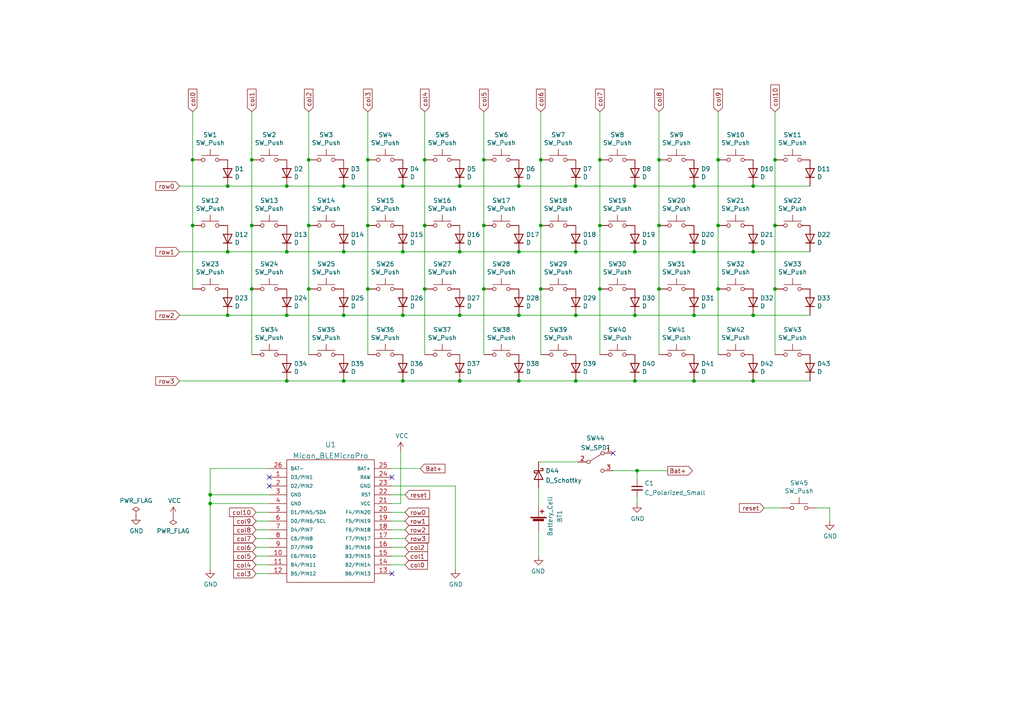
<source format=kicad_sch>
(kicad_sch (version 20211123) (generator eeschema)
  (paper "A4")
  (lib_symbols
    (symbol "Device:Battery_Cell" (pin_numbers hide) (pin_names (offset 0) hide)
      (property "Reference" "BT" (at 2.54 2.54 0))
      (property "Value" "Battery_Cell" (at 2.54 0 0))
      (symbol "Battery_Cell_0_1"
        (rectangle (start -2.286 1.778) (end 2.286 1.524) (fill (type outline)))
        (rectangle (start -1.5748 1.1938) (end 1.4732 0.6858) (fill (type outline)))
        (polyline (pts (xy 0 0.762) (xy 0 0)))
        (polyline (pts (xy 0 1.778) (xy 0 2.54)))
        (polyline (pts (xy 0.508 3.429) (xy 1.524 3.429)) (stroke (width 0.254)))
        (polyline (pts (xy 1.016 3.937) (xy 1.016 2.921)) (stroke (width 0.254)))
      )
      (symbol "Battery_Cell_1_1"
        (pin passive line (at 0 5.08 270) (length 2.54) (name "+") (number "1"))
        (pin passive line (at 0 -2.54 90) (length 2.54) (name "-") (number "2"))
      )
    )
    (symbol "Device:C_Small" (pin_numbers hide) (pin_names (offset 0.254) hide)
      (property "Reference" "C" (at 0.254 1.778 0))
      (property "Value" "C_Small" (at 0.254 -2.032 0))
      (symbol "C_Small_0_1"
        (polyline (pts (xy -1.524 -0.508) (xy 1.524 -0.508)) (stroke (width 0.3302)))
        (polyline (pts (xy -1.524 0.508) (xy 1.524 0.508)) (stroke (width 0.3048)))
      )
      (symbol "C_Small_1_1"
        (pin passive line (at 0 2.54 270) (length 2.032) (name "~") (number "1"))
        (pin passive line (at 0 -2.54 90) (length 2.032) (name "~") (number "2"))
      )
    )
    (symbol "Device:D" (pin_numbers hide) (pin_names (offset 1.016) hide)
      (property "Reference" "D" (at 0 2.54 0))
      (property "Value" "D" (at 0 -2.54 0))
      (symbol "D_0_1"
        (polyline (pts (xy -1.27 1.27) (xy -1.27 -1.27)) (stroke (width 0.254)))
        (polyline (pts (xy 1.27 0) (xy -1.27 0)))
        (polyline (pts (xy 1.27 1.27) (xy 1.27 -1.27) (xy -1.27 0) (xy 1.27 1.27)) (stroke (width 0.254)))
      )
      (symbol "D_1_1"
        (pin passive line (at -3.81 0 0) (length 2.54) (name "K") (number "1"))
        (pin passive line (at 3.81 0 180) (length 2.54) (name "A") (number "2"))
      )
    )
    (symbol "Device:D_Schottky" (pin_numbers hide) (pin_names (offset 1.016) hide)
      (property "Reference" "D" (at 0 2.54 0))
      (property "Value" "D_Schottky" (at 0 -2.54 0))
      (symbol "D_Schottky_0_1"
        (polyline (pts (xy 1.27 0) (xy -1.27 0)))
        (polyline (pts (xy 1.27 1.27) (xy 1.27 -1.27) (xy -1.27 0) (xy 1.27 1.27)) (stroke (width 0.254)))
        (polyline (pts (xy -1.905 0.635) (xy -1.905 1.27) (xy -1.27 1.27) (xy -1.27 -1.27) (xy -0.635 -1.27) (xy -0.635 -0.635)) (stroke (width 0.254)))
      )
      (symbol "D_Schottky_1_1"
        (pin passive line (at -3.81 0 0) (length 2.54) (name "K") (number "1"))
        (pin passive line (at 3.81 0 180) (length 2.54) (name "A") (number "2"))
      )
    )
    (symbol "Salicylic_kbd:Micon_BLEMicroPro" (pin_names (offset 1.016))
      (property "Reference" "U" (at 0 26.67 0))
      (property "Value" "Micon_BLEMicroPro" (at 0 -13.97 0))
      (symbol "Micon_BLEMicroPro_0_1"
        (rectangle (start 12.7 24.13) (end -12.7 -11.43))
      )
      (symbol "Micon_BLEMicroPro_1_1"
        (pin bidirectional line (at -17.78 19.05 0) (length 5.08) (name "D3/PIN1") (number "1"))
        (pin bidirectional line (at -17.78 -3.81 0) (length 5.08) (name "E6/PIN10") (number "10"))
        (pin bidirectional line (at -17.78 -6.35 0) (length 5.08) (name "B4/PIN11") (number "11"))
        (pin bidirectional line (at -17.78 -8.89 0) (length 5.08) (name "B5/PIN12") (number "12"))
        (pin bidirectional line (at 17.78 -8.89 180) (length 5.08) (name "B6/PIN13") (number "13"))
        (pin bidirectional line (at 17.78 -6.35 180) (length 5.08) (name "B2/PIN14") (number "14"))
        (pin bidirectional line (at 17.78 -3.81 180) (length 5.08) (name "B3/PIN15") (number "15"))
        (pin bidirectional line (at 17.78 -1.27 180) (length 5.08) (name "B1/PIN16") (number "16"))
        (pin bidirectional line (at 17.78 1.27 180) (length 5.08) (name "F7/PIN17") (number "17"))
        (pin bidirectional line (at 17.78 3.81 180) (length 5.08) (name "F6/PIN18") (number "18"))
        (pin bidirectional line (at 17.78 6.35 180) (length 5.08) (name "F5/PIN19") (number "19"))
        (pin bidirectional line (at -17.78 16.51 0) (length 5.08) (name "D2/PIN2") (number "2"))
        (pin bidirectional line (at 17.78 8.89 180) (length 5.08) (name "F4/PIN20") (number "20"))
        (pin power_in line (at 17.78 11.43 180) (length 5.08) (name "VCC") (number "21"))
        (pin input line (at 17.78 13.97 180) (length 5.08) (name "RST") (number "22"))
        (pin power_in line (at 17.78 16.51 180) (length 5.08) (name "GND") (number "23"))
        (pin power_out line (at 17.78 19.05 180) (length 5.08) (name "RAW") (number "24"))
        (pin input line (at 17.78 21.59 180) (length 5.08) (name "BAT+") (number "25"))
        (pin input line (at -17.78 21.59 0) (length 5.08) (name "BAT-") (number "26"))
        (pin power_in line (at -17.78 13.97 0) (length 5.08) (name "GND") (number "3"))
        (pin power_in line (at -17.78 11.43 0) (length 5.08) (name "GND") (number "4"))
        (pin bidirectional line (at -17.78 8.89 0) (length 5.08) (name "D1/PIN5/SDA") (number "5"))
        (pin bidirectional line (at -17.78 6.35 0) (length 5.08) (name "D0/PIN6/SCL") (number "6"))
        (pin bidirectional line (at -17.78 3.81 0) (length 5.08) (name "D4/PIN7") (number "7"))
        (pin bidirectional line (at -17.78 1.27 0) (length 5.08) (name "C6/PIN8") (number "8"))
        (pin bidirectional line (at -17.78 -1.27 0) (length 5.08) (name "D7/PIN9") (number "9"))
      )
    )
    (symbol "Switch:SW_Push" (pin_numbers hide) (pin_names (offset 1.016) hide)
      (property "Reference" "SW" (at 1.27 2.54 0))
      (property "Value" "SW_Push" (at 0 -1.524 0))
      (symbol "SW_Push_0_1"
        (circle (center -2.032 0) (radius 0.508))
        (polyline (pts (xy 0 1.27) (xy 0 3.048)))
        (polyline (pts (xy 2.54 1.27) (xy -2.54 1.27)))
        (circle (center 2.032 0) (radius 0.508))
        (pin passive line (at -5.08 0 0) (length 2.54) (name "1") (number "1"))
        (pin passive line (at 5.08 0 180) (length 2.54) (name "2") (number "2"))
      )
    )
    (symbol "Switch:SW_SPDT" (pin_names (offset 0) hide)
      (property "Reference" "SW" (at 0 4.318 0))
      (property "Value" "SW_SPDT" (at 0 -5.08 0))
      (symbol "SW_SPDT_0_0"
        (circle (center -2.032 0) (radius 0.508))
        (circle (center 2.032 -2.54) (radius 0.508))
      )
      (symbol "SW_SPDT_0_1"
        (polyline (pts (xy -1.524 0.254) (xy 1.651 2.286)))
        (circle (center 2.032 2.54) (radius 0.508))
      )
      (symbol "SW_SPDT_1_1"
        (pin passive line (at 5.08 2.54 180) (length 2.54) (name "A") (number "1"))
        (pin passive line (at -5.08 0 0) (length 2.54) (name "B") (number "2"))
        (pin passive line (at 5.08 -2.54 180) (length 2.54) (name "C") (number "3"))
      )
    )
    (symbol "power:GND" (power) (pin_names (offset 0))
      (property "Value" "GND" (at 0 -3.81 0))
      (symbol "GND_0_1"
        (polyline (pts (xy 0 0) (xy 0 -1.27) (xy 1.27 -1.27) (xy 0 -2.54) (xy -1.27 -1.27) (xy 0 -1.27)))
      )
      (symbol "GND_1_1"
        (pin power_in line (at 0 0 270) (length 0) hide (name "GND") (number "1"))
      )
    )
    (symbol "power:PWR_FLAG" (power) (pin_numbers hide) (pin_names (offset 0) hide)
      (property "Value" "PWR_FLAG" (at 0 3.81 0))
      (symbol "PWR_FLAG_0_0"
        (pin power_out line (at 0 0 90) (length 0) (name "pwr") (number "1"))
      )
      (symbol "PWR_FLAG_0_1"
        (polyline (pts (xy 0 0) (xy 0 1.27) (xy -1.016 1.905) (xy 0 2.54) (xy 1.016 1.905) (xy 0 1.27)))
      )
    )
    (symbol "power:VCC" (power) (pin_names (offset 0))
      (property "Value" "VCC" (at 0 3.81 0))
      (symbol "VCC_0_1"
        (polyline (pts (xy -0.762 1.27) (xy 0 2.54)))
        (polyline (pts (xy 0 0) (xy 0 2.54)))
        (polyline (pts (xy 0 2.54) (xy 0.762 1.27)))
      )
      (symbol "VCC_1_1"
        (pin power_in line (at 0 0 90) (length 0) hide (name "VCC") (number "1"))
      )
    )
  )
  (junction (at 116.84 91.44))
  (junction (at 60.96 146.05))
  (junction (at 89.535 83.82))
  (junction (at 191.135 83.82))
  (junction (at 89.535 65.405))
  (junction (at 73.025 83.82))
  (junction (at 150.495 73.025))
  (junction (at 201.295 91.44))
  (junction (at 218.44 110.49))
  (junction (at 140.335 65.405))
  (junction (at 66.04 53.975))
  (junction (at 156.845 65.405))
  (junction (at 184.785 136.525))
  (junction (at 184.15 53.975))
  (junction (at 201.295 73.025))
  (junction (at 123.19 83.82))
  (junction (at 140.335 83.82))
  (junction (at 156.845 83.82))
  (junction (at 116.84 110.49))
  (junction (at 184.15 110.49))
  (junction (at 83.185 110.49))
  (junction (at 106.68 65.405))
  (junction (at 99.695 73.025))
  (junction (at 66.04 91.44))
  (junction (at 150.495 110.49))
  (junction (at 66.04 73.025))
  (junction (at 156.845 46.355))
  (junction (at 167.005 91.44))
  (junction (at 123.19 46.355))
  (junction (at 191.135 65.405))
  (junction (at 208.28 65.405))
  (junction (at 83.185 73.025))
  (junction (at 83.185 53.975))
  (junction (at 83.185 91.44))
  (junction (at 89.535 46.355))
  (junction (at 218.44 91.44))
  (junction (at 224.79 65.405))
  (junction (at 184.15 91.44))
  (junction (at 173.99 46.355))
  (junction (at 106.68 46.355))
  (junction (at 224.79 83.82))
  (junction (at 224.79 46.355))
  (junction (at 208.28 46.355))
  (junction (at 116.84 53.975))
  (junction (at 140.335 46.355))
  (junction (at 73.025 46.355))
  (junction (at 55.88 46.355))
  (junction (at 123.19 65.405))
  (junction (at 167.005 73.025))
  (junction (at 133.35 53.975))
  (junction (at 173.99 83.82))
  (junction (at 173.99 65.405))
  (junction (at 201.295 110.49))
  (junction (at 133.35 73.025))
  (junction (at 201.295 53.975))
  (junction (at 99.695 53.975))
  (junction (at 60.96 143.51))
  (junction (at 99.695 110.49))
  (junction (at 55.88 65.405))
  (junction (at 167.005 110.49))
  (junction (at 208.28 83.82))
  (junction (at 184.15 73.025))
  (junction (at 167.005 53.975))
  (junction (at 116.84 73.025))
  (junction (at 191.135 46.355))
  (junction (at 150.495 91.44))
  (junction (at 99.695 91.44))
  (junction (at 133.35 91.44))
  (junction (at 218.44 73.025))
  (junction (at 106.68 83.82))
  (junction (at 150.495 53.975))
  (junction (at 218.44 53.975))
  (junction (at 133.35 110.49))
  (junction (at 73.025 65.405))
  (no_connect (at 113.665 166.37))
  (no_connect (at 78.105 140.97))
  (no_connect (at 78.105 138.43))
  (no_connect (at 177.8 131.445))
  (no_connect (at 113.665 138.43))
  (wire (pts (xy 184.15 110.49) (xy 201.295 110.49)))
  (wire (pts (xy 191.135 32.385) (xy 191.135 46.355)))
  (wire (pts (xy 156.845 46.355) (xy 156.845 65.405)))
  (wire (pts (xy 83.185 91.44) (xy 99.695 91.44)))
  (wire (pts (xy 116.84 53.975) (xy 133.35 53.975)))
  (wire (pts (xy 140.335 65.405) (xy 140.335 46.355)))
  (wire (pts (xy 117.475 158.75) (xy 113.665 158.75)))
  (wire (pts (xy 123.19 46.355) (xy 123.19 32.385)))
  (wire (pts (xy 113.665 151.13) (xy 117.475 151.13)))
  (wire (pts (xy 208.28 83.82) (xy 208.28 65.405)))
  (wire (pts (xy 156.21 154.305) (xy 156.21 161.29)))
  (wire (pts (xy 191.135 65.405) (xy 191.135 83.82)))
  (wire (pts (xy 116.84 73.025) (xy 99.695 73.025)))
  (wire (pts (xy 123.19 83.82) (xy 123.19 65.405)))
  (wire (pts (xy 218.44 91.44) (xy 234.95 91.44)))
  (wire (pts (xy 123.19 65.405) (xy 123.19 46.355)))
  (wire (pts (xy 74.295 161.29) (xy 78.105 161.29)))
  (wire (pts (xy 133.35 73.025) (xy 116.84 73.025)))
  (wire (pts (xy 52.07 53.975) (xy 66.04 53.975)))
  (wire (pts (xy 78.105 158.75) (xy 74.295 158.75)))
  (wire (pts (xy 167.005 53.975) (xy 184.15 53.975)))
  (wire (pts (xy 201.295 110.49) (xy 218.44 110.49)))
  (wire (pts (xy 99.695 53.975) (xy 116.84 53.975)))
  (wire (pts (xy 240.665 147.32) (xy 240.665 151.13)))
  (wire (pts (xy 113.665 146.05) (xy 116.205 146.05)))
  (wire (pts (xy 218.44 73.025) (xy 201.295 73.025)))
  (wire (pts (xy 55.88 65.405) (xy 55.88 46.355)))
  (wire (pts (xy 224.79 32.385) (xy 224.79 46.355)))
  (wire (pts (xy 132.08 140.97) (xy 132.08 165.1)))
  (wire (pts (xy 52.07 91.44) (xy 66.04 91.44)))
  (wire (pts (xy 208.28 65.405) (xy 208.28 46.355)))
  (wire (pts (xy 224.79 46.355) (xy 224.79 65.405)))
  (wire (pts (xy 184.15 91.44) (xy 201.295 91.44)))
  (wire (pts (xy 191.135 65.405) (xy 191.135 46.355)))
  (wire (pts (xy 133.35 110.49) (xy 150.495 110.49)))
  (wire (pts (xy 83.185 110.49) (xy 99.695 110.49)))
  (wire (pts (xy 106.68 32.385) (xy 106.68 46.355)))
  (wire (pts (xy 173.99 32.385) (xy 173.99 46.355)))
  (wire (pts (xy 167.005 73.025) (xy 150.495 73.025)))
  (wire (pts (xy 83.185 73.025) (xy 66.04 73.025)))
  (wire (pts (xy 150.495 91.44) (xy 167.005 91.44)))
  (wire (pts (xy 184.785 136.525) (xy 193.675 136.525)))
  (wire (pts (xy 167.005 110.49) (xy 184.15 110.49)))
  (wire (pts (xy 184.15 73.025) (xy 167.005 73.025)))
  (wire (pts (xy 173.99 83.82) (xy 173.99 65.405)))
  (wire (pts (xy 78.105 153.67) (xy 74.295 153.67)))
  (wire (pts (xy 234.95 110.49) (xy 218.44 110.49)))
  (wire (pts (xy 89.535 46.355) (xy 89.535 32.385)))
  (wire (pts (xy 74.295 156.21) (xy 78.105 156.21)))
  (wire (pts (xy 78.105 135.89) (xy 60.96 135.89)))
  (wire (pts (xy 116.84 110.49) (xy 133.35 110.49)))
  (wire (pts (xy 173.99 65.405) (xy 173.99 46.355)))
  (wire (pts (xy 73.025 65.405) (xy 73.025 46.355)))
  (wire (pts (xy 106.68 65.405) (xy 106.68 46.355)))
  (wire (pts (xy 208.28 102.87) (xy 208.28 83.82)))
  (wire (pts (xy 106.68 102.87) (xy 106.68 83.82)))
  (wire (pts (xy 113.665 161.29) (xy 117.475 161.29)))
  (wire (pts (xy 99.695 91.44) (xy 116.84 91.44)))
  (wire (pts (xy 99.695 73.025) (xy 83.185 73.025)))
  (wire (pts (xy 221.615 147.32) (xy 226.695 147.32)))
  (wire (pts (xy 156.21 141.605) (xy 156.21 146.685)))
  (wire (pts (xy 191.135 83.82) (xy 191.135 102.87)))
  (wire (pts (xy 113.665 135.89) (xy 121.92 135.89)))
  (wire (pts (xy 133.35 91.44) (xy 150.495 91.44)))
  (wire (pts (xy 89.535 83.82) (xy 89.535 102.87)))
  (wire (pts (xy 117.475 163.83) (xy 113.665 163.83)))
  (wire (pts (xy 116.84 91.44) (xy 133.35 91.44)))
  (wire (pts (xy 66.04 91.44) (xy 83.185 91.44)))
  (wire (pts (xy 60.96 143.51) (xy 60.96 146.05)))
  (wire (pts (xy 140.335 32.385) (xy 140.335 46.355)))
  (wire (pts (xy 184.785 139.065) (xy 184.785 136.525)))
  (wire (pts (xy 156.845 46.355) (xy 156.845 32.385)))
  (wire (pts (xy 218.44 53.975) (xy 234.95 53.975)))
  (wire (pts (xy 224.79 65.405) (xy 224.79 83.82)))
  (wire (pts (xy 55.88 83.82) (xy 55.88 65.405)))
  (wire (pts (xy 208.28 46.355) (xy 208.28 32.385)))
  (wire (pts (xy 116.84 110.49) (xy 99.695 110.49)))
  (wire (pts (xy 89.535 65.405) (xy 89.535 83.82)))
  (wire (pts (xy 234.95 73.025) (xy 218.44 73.025)))
  (wire (pts (xy 113.665 156.21) (xy 117.475 156.21)))
  (wire (pts (xy 78.105 146.05) (xy 60.96 146.05)))
  (wire (pts (xy 140.335 83.82) (xy 140.335 65.405)))
  (wire (pts (xy 201.295 91.44) (xy 218.44 91.44)))
  (wire (pts (xy 74.295 166.37) (xy 78.105 166.37)))
  (wire (pts (xy 167.64 133.985) (xy 156.21 133.985)))
  (wire (pts (xy 73.025 65.405) (xy 73.025 83.82)))
  (wire (pts (xy 78.105 148.59) (xy 74.295 148.59)))
  (wire (pts (xy 236.855 147.32) (xy 240.665 147.32)))
  (wire (pts (xy 83.185 53.975) (xy 99.695 53.975)))
  (wire (pts (xy 113.665 143.51) (xy 117.475 143.51)))
  (wire (pts (xy 116.205 130.81) (xy 116.205 146.05)))
  (wire (pts (xy 78.105 151.13) (xy 74.295 151.13)))
  (wire (pts (xy 156.845 83.82) (xy 156.845 102.87)))
  (wire (pts (xy 167.005 91.44) (xy 184.15 91.44)))
  (wire (pts (xy 52.07 73.025) (xy 66.04 73.025)))
  (wire (pts (xy 173.99 102.87) (xy 173.99 83.82)))
  (wire (pts (xy 60.96 146.05) (xy 60.96 165.1)))
  (wire (pts (xy 201.295 73.025) (xy 184.15 73.025)))
  (wire (pts (xy 113.665 148.59) (xy 117.475 148.59)))
  (wire (pts (xy 150.495 73.025) (xy 133.35 73.025)))
  (wire (pts (xy 89.535 46.355) (xy 89.535 65.405)))
  (wire (pts (xy 78.105 143.51) (xy 60.96 143.51)))
  (wire (pts (xy 123.19 83.82) (xy 123.19 102.87)))
  (wire (pts (xy 52.07 110.49) (xy 83.185 110.49)))
  (wire (pts (xy 156.845 65.405) (xy 156.845 83.82)))
  (wire (pts (xy 150.495 53.975) (xy 167.005 53.975)))
  (wire (pts (xy 201.295 53.975) (xy 218.44 53.975)))
  (wire (pts (xy 150.495 110.49) (xy 167.005 110.49)))
  (wire (pts (xy 73.025 83.82) (xy 73.025 102.87)))
  (wire (pts (xy 55.88 46.355) (xy 55.88 32.385)))
  (wire (pts (xy 117.475 153.67) (xy 113.665 153.67)))
  (wire (pts (xy 60.96 135.89) (xy 60.96 143.51)))
  (wire (pts (xy 224.79 83.82) (xy 224.79 102.87)))
  (wire (pts (xy 133.35 53.975) (xy 150.495 53.975)))
  (wire (pts (xy 113.665 140.97) (xy 132.08 140.97)))
  (wire (pts (xy 73.025 32.385) (xy 73.025 46.355)))
  (wire (pts (xy 66.04 53.975) (xy 83.185 53.975)))
  (wire (pts (xy 177.8 136.525) (xy 184.785 136.525)))
  (wire (pts (xy 184.15 53.975) (xy 201.295 53.975)))
  (wire (pts (xy 78.105 163.83) (xy 74.295 163.83)))
  (wire (pts (xy 106.68 83.82) (xy 106.68 65.405)))
  (wire (pts (xy 184.785 146.05) (xy 184.785 144.145)))
  (wire (pts (xy 140.335 102.87) (xy 140.335 83.82)))
  (global_label "col8" (shape input) (at 74.295 153.67 180) (property "シート間のリファレンス" "${INTERSHEET_REFS}" (effects hide)))
  (global_label "Bat+" (shape input) (at 121.92 135.89 0) (property "シート間のリファレンス" "${INTERSHEET_REFS}" (effects hide)))
  (global_label "Bat+" (shape output) (at 193.675 136.525 0) (property "シート間のリファレンス" "${INTERSHEET_REFS}" (effects hide)))
  (global_label "col10" (shape input) (at 224.79 32.385 90) (property "シート間のリファレンス" "${INTERSHEET_REFS}" (effects hide)))
  (global_label "col4" (shape input) (at 74.295 163.83 180) (property "シート間のリファレンス" "${INTERSHEET_REFS}" (effects hide)))
  (global_label "col6" (shape input) (at 156.845 32.385 90) (property "シート間のリファレンス" "${INTERSHEET_REFS}" (effects hide)))
  (global_label "col1" (shape input) (at 117.475 161.29 0) (property "シート間のリファレンス" "${INTERSHEET_REFS}" (effects hide)))
  (global_label "col7" (shape input) (at 74.295 156.21 180) (property "シート間のリファレンス" "${INTERSHEET_REFS}" (effects hide)))
  (global_label "col9" (shape input) (at 74.295 151.13 180) (property "シート間のリファレンス" "${INTERSHEET_REFS}" (effects hide)))
  (global_label "row0" (shape input) (at 52.07 53.975 180) (property "シート間のリファレンス" "${INTERSHEET_REFS}" (effects hide)))
  (global_label "row0" (shape input) (at 117.475 148.59 0) (property "シート間のリファレンス" "${INTERSHEET_REFS}" (effects hide)))
  (global_label "col5" (shape input) (at 140.335 32.385 90) (property "シート間のリファレンス" "${INTERSHEET_REFS}" (effects hide)))
  (global_label "col6" (shape input) (at 74.295 158.75 180) (property "シート間のリファレンス" "${INTERSHEET_REFS}" (effects hide)))
  (global_label "col0" (shape input) (at 55.88 32.385 90) (property "シート間のリファレンス" "${INTERSHEET_REFS}" (effects hide)))
  (global_label "row1" (shape input) (at 52.07 73.025 180) (property "シート間のリファレンス" "${INTERSHEET_REFS}" (effects hide)))
  (global_label "col7" (shape input) (at 173.99 32.385 90) (property "シート間のリファレンス" "${INTERSHEET_REFS}" (effects hide)))
  (global_label "row3" (shape input) (at 117.475 156.21 0) (property "シート間のリファレンス" "${INTERSHEET_REFS}" (effects hide)))
  (global_label "reset" (shape input) (at 221.615 147.32 180) (property "シート間のリファレンス" "${INTERSHEET_REFS}" (effects hide)))
  (global_label "col2" (shape input) (at 89.535 32.385 90) (property "シート間のリファレンス" "${INTERSHEET_REFS}" (effects hide)))
  (global_label "row2" (shape input) (at 52.07 91.44 180) (property "シート間のリファレンス" "${INTERSHEET_REFS}" (effects hide)))
  (global_label "col8" (shape input) (at 191.135 32.385 90) (property "シート間のリファレンス" "${INTERSHEET_REFS}" (effects hide)))
  (global_label "reset" (shape input) (at 117.475 143.51 0) (property "シート間のリファレンス" "${INTERSHEET_REFS}" (effects hide)))
  (global_label "col5" (shape input) (at 74.295 161.29 180) (property "シート間のリファレンス" "${INTERSHEET_REFS}" (effects hide)))
  (global_label "col3" (shape input) (at 106.68 32.385 90) (property "シート間のリファレンス" "${INTERSHEET_REFS}" (effects hide)))
  (global_label "col0" (shape input) (at 117.475 163.83 0) (property "シート間のリファレンス" "${INTERSHEET_REFS}" (effects hide)))
  (global_label "col1" (shape input) (at 73.025 32.385 90) (property "シート間のリファレンス" "${INTERSHEET_REFS}" (effects hide)))
  (global_label "col4" (shape input) (at 123.19 32.385 90) (property "シート間のリファレンス" "${INTERSHEET_REFS}" (effects hide)))
  (global_label "row3" (shape input) (at 52.07 110.49 180) (property "シート間のリファレンス" "${INTERSHEET_REFS}" (effects hide)))
  (global_label "col9" (shape input) (at 208.28 32.385 90) (property "シート間のリファレンス" "${INTERSHEET_REFS}" (effects hide)))
  (global_label "row1" (shape input) (at 117.475 151.13 0) (property "シート間のリファレンス" "${INTERSHEET_REFS}" (effects hide)))
  (global_label "col2" (shape input) (at 117.475 158.75 0) (property "シート間のリファレンス" "${INTERSHEET_REFS}" (effects hide)))
  (global_label "col10" (shape input) (at 74.295 148.59 180) (property "シート間のリファレンス" "${INTERSHEET_REFS}" (effects hide)))
  (global_label "col3" (shape input) (at 74.295 166.37 180) (property "シート間のリファレンス" "${INTERSHEET_REFS}" (effects hide)))
  (global_label "row2" (shape input) (at 117.475 153.67 0) (property "シート間のリファレンス" "${INTERSHEET_REFS}" (effects hide)))
  (symbol (lib_id "power:PWR_FLAG") (at 50.2412 149.606 180) (unit 1)
    (property "Reference" "#FLG02" (effects hide))
    (property "Value" "PWR_FLAG" (at 50.2412 154.0002 0))
  )
  (symbol (lib_id "power:VCC") (at 50.2412 149.606 0) (unit 1)
    (property "Reference" "#PWR04" (effects hide))
    (property "Value" "VCC" (at 50.6222 145.2118 0))
  )
  (symbol (lib_id "Switch:SW_Push") (at 60.96 65.405 0) (unit 1)
    (property "Reference" "SW12" (at 60.96 58.166 0))
    (property "Value" "SW_Push" (at 60.96 60.4774 0))
    (property "Footprint" "kbd_SW:CherryMX_Hotswap_1.25u" (effects hide))
  )
  (symbol (lib_id "Switch:SW_Push") (at 60.96 83.82 0) (unit 1)
    (property "Reference" "SW23" (at 60.96 76.581 0))
    (property "Value" "SW_Push" (at 60.96 78.8924 0))
    (property "Footprint" "kbd_SW:CherryMX_Hotswap_1.75u" (effects hide))
  )
  (symbol (lib_id "Switch:SW_Push") (at 60.96 46.355 0) (unit 1)
    (property "Reference" "SW1" (at 60.96 39.116 0))
    (property "Value" "SW_Push" (at 60.96 41.4274 0))
    (property "Footprint" "kbd_SW:CherryMX_Hotswap_1u" (effects hide))
  )
  (symbol (lib_id "Device:D") (at 66.04 50.165 90) (unit 1)
    (property "Reference" "D1" (at 68.072 48.9966 90) (effects (justify right)))
    (property "Value" "D" (at 68.072 51.308 90) (effects (justify right)))
    (property "Footprint" "kbd_Parts:Diode_SMD" (effects hide))
  )
  (symbol (lib_id "Device:D") (at 66.04 69.215 90) (unit 1)
    (property "Reference" "D12" (at 68.072 68.0466 90) (effects (justify right)))
    (property "Value" "D" (at 68.072 70.358 90) (effects (justify right)))
    (property "Footprint" "kbd_Parts:Diode_SMD" (effects hide))
  )
  (symbol (lib_id "Device:D") (at 66.04 87.63 90) (unit 1)
    (property "Reference" "D23" (at 68.072 86.4616 90) (effects (justify right)))
    (property "Value" "D" (at 68.072 88.773 90) (effects (justify right)))
    (property "Footprint" "kbd_Parts:Diode_SMD" (effects hide))
  )
  (symbol (lib_id "Switch:SW_Push") (at 78.105 65.405 0) (unit 1)
    (property "Reference" "SW13" (at 78.105 58.166 0))
    (property "Value" "SW_Push" (at 78.105 60.4774 0))
    (property "Footprint" "kbd_SW:CherryMX_Hotswap_1u" (effects hide))
  )
  (symbol (lib_id "Switch:SW_Push") (at 78.105 46.355 0) (unit 1)
    (property "Reference" "SW2" (at 78.105 39.116 0))
    (property "Value" "SW_Push" (at 78.105 41.4274 0))
    (property "Footprint" "kbd_SW:CherryMX_Hotswap_1u" (effects hide))
  )
  (symbol (lib_id "Device:D") (at 83.185 50.165 90) (unit 1)
    (property "Reference" "D2" (at 85.217 48.9966 90) (effects (justify right)))
    (property "Value" "D" (at 85.217 51.308 90) (effects (justify right)))
    (property "Footprint" "kbd_Parts:Diode_SMD" (effects hide))
  )
  (symbol (lib_id "Device:D") (at 83.185 69.215 90) (unit 1)
    (property "Reference" "D13" (at 85.217 68.0466 90) (effects (justify right)))
    (property "Value" "D" (at 85.217 70.358 90) (effects (justify right)))
    (property "Footprint" "kbd_Parts:Diode_SMD" (effects hide))
  )
  (symbol (lib_id "Switch:SW_Push") (at 94.615 102.87 0) (unit 1)
    (property "Reference" "SW35" (at 94.615 95.631 0))
    (property "Value" "SW_Push" (at 94.615 97.9424 0))
    (property "Footprint" "kbd_SW:CherryMX_Hotswap_1.25u" (effects hide))
  )
  (symbol (lib_id "Switch:SW_Push") (at 94.615 65.405 0) (unit 1)
    (property "Reference" "SW14" (at 94.615 58.166 0))
    (property "Value" "SW_Push" (at 94.615 60.4774 0))
    (property "Footprint" "kbd_SW:CherryMX_Hotswap_1u" (effects hide))
  )
  (symbol (lib_id "Switch:SW_Push") (at 94.615 83.82 0) (unit 1)
    (property "Reference" "SW25" (at 94.615 76.581 0))
    (property "Value" "SW_Push" (at 94.615 78.8924 0))
    (property "Footprint" "kbd_SW:CherryMX_Hotswap_1u" (effects hide))
  )
  (symbol (lib_id "Switch:SW_Push") (at 94.615 46.355 0) (unit 1)
    (property "Reference" "SW3" (at 94.615 39.116 0))
    (property "Value" "SW_Push" (at 94.615 41.4274 0))
    (property "Footprint" "kbd_SW:CherryMX_Hotswap_1u" (effects hide))
  )
  (symbol (lib_id "Device:D") (at 99.695 50.165 90) (unit 1)
    (property "Reference" "D3" (at 101.727 48.9966 90) (effects (justify right)))
    (property "Value" "D" (at 101.727 51.308 90) (effects (justify right)))
    (property "Footprint" "kbd_Parts:Diode_SMD" (effects hide))
  )
  (symbol (lib_id "Device:D") (at 99.695 69.215 90) (unit 1)
    (property "Reference" "D14" (at 101.727 68.0466 90) (effects (justify right)))
    (property "Value" "D" (at 101.727 70.358 90) (effects (justify right)))
    (property "Footprint" "kbd_Parts:Diode_SMD" (effects hide))
  )
  (symbol (lib_id "Device:D") (at 99.695 87.63 90) (unit 1)
    (property "Reference" "D25" (at 101.727 86.4616 90) (effects (justify right)))
    (property "Value" "D" (at 101.727 88.773 90) (effects (justify right)))
    (property "Footprint" "kbd_Parts:Diode_SMD" (effects hide))
  )
  (symbol (lib_id "Device:D") (at 99.695 106.68 90) (unit 1)
    (property "Reference" "D35" (at 101.727 105.5116 90) (effects (justify right)))
    (property "Value" "D" (at 101.727 107.823 90) (effects (justify right)))
    (property "Footprint" "kbd_Parts:Diode_SMD" (effects hide))
  )
  (symbol (lib_id "Switch:SW_Push") (at 111.76 102.87 0) (unit 1)
    (property "Reference" "SW36" (at 111.76 95.631 0))
    (property "Value" "SW_Push" (at 111.76 97.9424 0))
    (property "Footprint" "kbd_SW:CherryMX_Hotswap_2u_Rev" (effects hide))
  )
  (symbol (lib_id "Switch:SW_Push") (at 111.76 65.405 0) (unit 1)
    (property "Reference" "SW15" (at 111.76 58.166 0))
    (property "Value" "SW_Push" (at 111.76 60.4774 0))
    (property "Footprint" "kbd_SW:CherryMX_Hotswap_1u" (effects hide))
  )
  (symbol (lib_id "Switch:SW_Push") (at 111.76 83.82 0) (unit 1)
    (property "Reference" "SW26" (at 111.76 76.581 0))
    (property "Value" "SW_Push" (at 111.76 78.8924 0))
    (property "Footprint" "kbd_SW:CherryMX_Hotswap_1u" (effects hide))
  )
  (symbol (lib_id "Switch:SW_Push") (at 111.76 46.355 0) (unit 1)
    (property "Reference" "SW4" (at 111.76 39.116 0))
    (property "Value" "SW_Push" (at 111.76 41.4274 0))
    (property "Footprint" "kbd_SW:CherryMX_Hotswap_1u" (effects hide))
  )
  (symbol (lib_id "Device:D") (at 116.84 50.165 90) (unit 1)
    (property "Reference" "D4" (at 118.872 48.9966 90) (effects (justify right)))
    (property "Value" "D" (at 118.872 51.308 90) (effects (justify right)))
    (property "Footprint" "kbd_Parts:Diode_SMD" (effects hide))
  )
  (symbol (lib_id "Device:D") (at 116.84 69.215 90) (unit 1)
    (property "Reference" "D15" (at 118.872 68.0466 90) (effects (justify right)))
    (property "Value" "D" (at 118.872 70.358 90) (effects (justify right)))
    (property "Footprint" "kbd_Parts:Diode_SMD" (effects hide))
  )
  (symbol (lib_id "Device:D") (at 116.84 87.63 90) (unit 1)
    (property "Reference" "D26" (at 118.872 86.4616 90) (effects (justify right)))
    (property "Value" "D" (at 118.872 88.773 90) (effects (justify right)))
    (property "Footprint" "kbd_Parts:Diode_SMD" (effects hide))
  )
  (symbol (lib_id "Device:D") (at 116.84 106.68 90) (unit 1)
    (property "Reference" "D36" (at 118.872 105.5116 90) (effects (justify right)))
    (property "Value" "D" (at 118.872 107.823 90) (effects (justify right)))
    (property "Footprint" "kbd_Parts:Diode_SMD" (effects hide))
  )
  (symbol (lib_id "Switch:SW_Push") (at 128.27 65.405 0) (unit 1)
    (property "Reference" "SW16" (at 128.27 58.166 0))
    (property "Value" "SW_Push" (at 128.27 60.4774 0))
    (property "Footprint" "kbd_SW:CherryMX_Hotswap_1u" (effects hide))
  )
  (symbol (lib_id "Switch:SW_Push") (at 128.27 83.82 0) (unit 1)
    (property "Reference" "SW27" (at 128.27 76.581 0))
    (property "Value" "SW_Push" (at 128.27 78.8924 0))
    (property "Footprint" "kbd_SW:CherryMX_Hotswap_1u" (effects hide))
  )
  (symbol (lib_id "Switch:SW_Push") (at 128.27 46.355 0) (unit 1)
    (property "Reference" "SW5" (at 128.27 39.116 0))
    (property "Value" "SW_Push" (at 128.27 41.4274 0))
    (property "Footprint" "kbd_SW:CherryMX_Hotswap_1u" (effects hide))
  )
  (symbol (lib_id "Device:D") (at 133.35 50.165 90) (unit 1)
    (property "Reference" "D5" (at 135.382 48.9966 90) (effects (justify right)))
    (property "Value" "D" (at 135.382 51.308 90) (effects (justify right)))
    (property "Footprint" "kbd_Parts:Diode_SMD" (effects hide))
  )
  (symbol (lib_id "Device:D") (at 133.35 69.215 90) (unit 1)
    (property "Reference" "D16" (at 135.382 68.0466 90) (effects (justify right)))
    (property "Value" "D" (at 135.382 70.358 90) (effects (justify right)))
    (property "Footprint" "kbd_Parts:Diode_SMD" (effects hide))
  )
  (symbol (lib_id "Device:D") (at 133.35 87.63 90) (unit 1)
    (property "Reference" "D27" (at 135.382 86.4616 90) (effects (justify right)))
    (property "Value" "D" (at 135.382 88.773 90) (effects (justify right)))
    (property "Footprint" "kbd_Parts:Diode_SMD" (effects hide))
  )
  (symbol (lib_id "Switch:SW_Push") (at 145.415 102.87 0) (unit 1)
    (property "Reference" "SW38" (at 145.415 95.631 0))
    (property "Value" "SW_Push" (at 145.415 97.9424 0))
    (property "Footprint" "kbd_SW:CherryMX_Hotswap_1.25u" (effects hide))
  )
  (symbol (lib_id "Switch:SW_Push") (at 145.415 65.405 0) (unit 1)
    (property "Reference" "SW17" (at 145.415 58.166 0))
    (property "Value" "SW_Push" (at 145.415 60.4774 0))
    (property "Footprint" "kbd_SW:CherryMX_Hotswap_1u" (effects hide))
  )
  (symbol (lib_id "Switch:SW_Push") (at 145.415 83.82 0) (unit 1)
    (property "Reference" "SW28" (at 145.415 76.581 0))
    (property "Value" "SW_Push" (at 145.415 78.8924 0))
    (property "Footprint" "kbd_SW:CherryMX_Hotswap_1u" (effects hide))
  )
  (symbol (lib_id "Switch:SW_Push") (at 145.415 46.355 0) (unit 1)
    (property "Reference" "SW6" (at 145.415 39.116 0))
    (property "Value" "SW_Push" (at 145.415 41.4274 0))
    (property "Footprint" "kbd_SW:CherryMX_Hotswap_1u" (effects hide))
  )
  (symbol (lib_id "Device:D") (at 150.495 50.165 90) (unit 1)
    (property "Reference" "D6" (at 152.527 48.9966 90) (effects (justify right)))
    (property "Value" "D" (at 152.527 51.308 90) (effects (justify right)))
    (property "Footprint" "kbd_Parts:Diode_SMD" (effects hide))
  )
  (symbol (lib_id "Device:D") (at 150.495 69.215 90) (unit 1)
    (property "Reference" "D17" (at 152.527 68.0466 90) (effects (justify right)))
    (property "Value" "D" (at 152.527 70.358 90) (effects (justify right)))
    (property "Footprint" "kbd_Parts:Diode_SMD" (effects hide))
  )
  (symbol (lib_id "Device:D") (at 150.495 87.63 90) (unit 1)
    (property "Reference" "D28" (at 152.527 86.4616 90) (effects (justify right)))
    (property "Value" "D" (at 152.527 88.773 90) (effects (justify right)))
    (property "Footprint" "kbd_Parts:Diode_SMD" (effects hide))
  )
  (symbol (lib_id "Device:D") (at 150.495 106.68 90) (unit 1)
    (property "Reference" "D38" (at 152.527 105.5116 90) (effects (justify right)))
    (property "Value" "D" (at 152.527 107.823 90) (effects (justify right)))
    (property "Footprint" "kbd_Parts:Diode_SMD" (effects hide))
  )
  (symbol (lib_id "Switch:SW_Push") (at 161.925 65.405 0) (unit 1)
    (property "Reference" "SW18" (at 161.925 58.166 0))
    (property "Value" "SW_Push" (at 161.925 60.4774 0))
    (property "Footprint" "kbd_SW:CherryMX_Hotswap_1u" (effects hide))
  )
  (symbol (lib_id "Switch:SW_Push") (at 161.925 83.82 0) (unit 1)
    (property "Reference" "SW29" (at 161.925 76.581 0))
    (property "Value" "SW_Push" (at 161.925 78.8924 0))
    (property "Footprint" "kbd_SW:CherryMX_Hotswap_1u" (effects hide))
  )
  (symbol (lib_id "Switch:SW_Push") (at 161.925 46.355 0) (unit 1)
    (property "Reference" "SW7" (at 161.925 39.116 0))
    (property "Value" "SW_Push" (at 161.925 41.4274 0))
    (property "Footprint" "kbd_SW:CherryMX_Hotswap_1u" (effects hide))
  )
  (symbol (lib_id "Device:D") (at 167.005 50.165 90) (unit 1)
    (property "Reference" "D7" (at 169.037 48.9966 90) (effects (justify right)))
    (property "Value" "D" (at 169.037 51.308 90) (effects (justify right)))
    (property "Footprint" "kbd_Parts:Diode_SMD" (effects hide))
  )
  (symbol (lib_id "Device:D") (at 167.005 69.215 90) (unit 1)
    (property "Reference" "D18" (at 169.037 68.0466 90) (effects (justify right)))
    (property "Value" "D" (at 169.037 70.358 90) (effects (justify right)))
    (property "Footprint" "kbd_Parts:Diode_SMD" (effects hide))
  )
  (symbol (lib_id "Device:D") (at 167.005 87.63 90) (unit 1)
    (property "Reference" "D29" (at 169.037 86.4616 90) (effects (justify right)))
    (property "Value" "D" (at 169.037 88.773 90) (effects (justify right)))
    (property "Footprint" "kbd_Parts:Diode_SMD" (effects hide))
  )
  (symbol (lib_id "Switch:SW_Push") (at 179.07 102.87 0) (unit 1)
    (property "Reference" "SW40" (at 179.07 95.631 0))
    (property "Value" "SW_Push" (at 179.07 97.9424 0))
    (property "Footprint" "kbd_SW:CherryMX_Hotswap_1u" (effects hide))
  )
  (symbol (lib_id "Switch:SW_Push") (at 179.07 65.405 0) (unit 1)
    (property "Reference" "SW19" (at 179.07 58.166 0))
    (property "Value" "SW_Push" (at 179.07 60.4774 0))
    (property "Footprint" "kbd_SW:CherryMX_Hotswap_1u" (effects hide))
  )
  (symbol (lib_id "Switch:SW_Push") (at 179.07 83.82 0) (unit 1)
    (property "Reference" "SW30" (at 179.07 76.581 0))
    (property "Value" "SW_Push" (at 179.07 78.8924 0))
    (property "Footprint" "kbd_SW:CherryMX_Hotswap_1u" (effects hide))
  )
  (symbol (lib_id "Switch:SW_Push") (at 179.07 46.355 0) (unit 1)
    (property "Reference" "SW8" (at 179.07 39.116 0))
    (property "Value" "SW_Push" (at 179.07 41.4274 0))
    (property "Footprint" "kbd_SW:CherryMX_Hotswap_1u" (effects hide))
  )
  (symbol (lib_id "Device:D") (at 184.15 50.165 90) (unit 1)
    (property "Reference" "D8" (at 186.182 48.9966 90) (effects (justify right)))
    (property "Value" "D" (at 186.182 51.308 90) (effects (justify right)))
    (property "Footprint" "kbd_Parts:Diode_SMD" (effects hide))
  )
  (symbol (lib_id "Device:D") (at 184.15 69.215 90) (unit 1)
    (property "Reference" "D19" (at 186.182 68.0466 90) (effects (justify right)))
    (property "Value" "D" (at 186.182 70.358 90) (effects (justify right)))
    (property "Footprint" "kbd_Parts:Diode_SMD" (effects hide))
  )
  (symbol (lib_id "Device:D") (at 184.15 87.63 90) (unit 1)
    (property "Reference" "D30" (at 186.182 86.4616 90) (effects (justify right)))
    (property "Value" "D" (at 186.182 88.773 90) (effects (justify right)))
    (property "Footprint" "kbd_Parts:Diode_SMD" (effects hide))
  )
  (symbol (lib_id "Device:D") (at 184.15 106.68 90) (unit 1)
    (property "Reference" "D40" (at 186.182 105.5116 90) (effects (justify right)))
    (property "Value" "D" (at 186.182 107.823 90) (effects (justify right)))
    (property "Footprint" "kbd_Parts:Diode_SMD" (effects hide))
  )
  (symbol (lib_id "Switch:SW_Push") (at 196.215 65.405 0) (unit 1)
    (property "Reference" "SW20" (at 196.215 58.166 0))
    (property "Value" "SW_Push" (at 196.215 60.4774 0))
    (property "Footprint" "kbd_SW:CherryMX_Hotswap_1u" (effects hide))
  )
  (symbol (lib_id "Switch:SW_Push") (at 196.215 83.82 0) (unit 1)
    (property "Reference" "SW31" (at 196.215 76.581 0))
    (property "Value" "SW_Push" (at 196.215 78.8924 0))
    (property "Footprint" "kbd_SW:CherryMX_Hotswap_1u" (effects hide))
  )
  (symbol (lib_id "Switch:SW_Push") (at 196.215 46.355 0) (unit 1)
    (property "Reference" "SW9" (at 196.215 39.116 0))
    (property "Value" "SW_Push" (at 196.215 41.4274 0))
    (property "Footprint" "kbd_SW:CherryMX_Hotswap_1u" (effects hide))
  )
  (symbol (lib_id "Device:D") (at 201.295 50.165 90) (unit 1)
    (property "Reference" "D9" (at 203.327 48.9966 90) (effects (justify right)))
    (property "Value" "D" (at 203.327 51.308 90) (effects (justify right)))
    (property "Footprint" "kbd_Parts:Diode_SMD" (effects hide))
  )
  (symbol (lib_id "Device:D") (at 201.295 69.215 90) (unit 1)
    (property "Reference" "D20" (at 203.327 68.0466 90) (effects (justify right)))
    (property "Value" "D" (at 203.327 70.358 90) (effects (justify right)))
    (property "Footprint" "kbd_Parts:Diode_SMD" (effects hide))
  )
  (symbol (lib_id "Device:D") (at 201.295 87.63 90) (unit 1)
    (property "Reference" "D31" (at 203.327 86.4616 90) (effects (justify right)))
    (property "Value" "D" (at 203.327 88.773 90) (effects (justify right)))
    (property "Footprint" "kbd_Parts:Diode_SMD" (effects hide))
  )
  (symbol (lib_id "Switch:SW_Push") (at 213.36 102.87 0) (unit 1)
    (property "Reference" "SW42" (at 213.36 95.631 0))
    (property "Value" "SW_Push" (at 213.36 97.9424 0))
    (property "Footprint" "kbd_SW:CherryMX_Hotswap_1.25u" (effects hide))
  )
  (symbol (lib_id "Switch:SW_Push") (at 213.36 65.405 0) (unit 1)
    (property "Reference" "SW21" (at 213.36 58.166 0))
    (property "Value" "SW_Push" (at 213.36 60.4774 0))
    (property "Footprint" "kbd_SW:CherryMX_Hotswap_1u" (effects hide))
  )
  (symbol (lib_id "Switch:SW_Push") (at 213.36 83.82 0) (unit 1)
    (property "Reference" "SW32" (at 213.36 76.581 0))
    (property "Value" "SW_Push" (at 213.36 78.8924 0))
    (property "Footprint" "kbd_SW:CherryMX_Hotswap_1u" (effects hide))
  )
  (symbol (lib_id "Switch:SW_Push") (at 213.36 46.355 0) (unit 1)
    (property "Reference" "SW10" (at 213.36 39.116 0))
    (property "Value" "SW_Push" (at 213.36 41.4274 0))
    (property "Footprint" "kbd_SW:CherryMX_Hotswap_1u" (effects hide))
  )
  (symbol (lib_id "Device:D") (at 218.44 50.165 90) (unit 1)
    (property "Reference" "D10" (at 220.472 48.9966 90) (effects (justify right)))
    (property "Value" "D" (at 220.472 51.308 90) (effects (justify right)))
    (property "Footprint" "kbd_Parts:Diode_SMD" (effects hide))
  )
  (symbol (lib_id "Device:D") (at 218.44 69.215 90) (unit 1)
    (property "Reference" "D21" (at 220.472 68.0466 90) (effects (justify right)))
    (property "Value" "D" (at 220.472 70.358 90) (effects (justify right)))
    (property "Footprint" "kbd_Parts:Diode_SMD" (effects hide))
  )
  (symbol (lib_id "Device:D") (at 218.44 87.63 90) (unit 1)
    (property "Reference" "D32" (at 220.472 86.4616 90) (effects (justify right)))
    (property "Value" "D" (at 220.472 88.773 90) (effects (justify right)))
    (property "Footprint" "kbd_Parts:Diode_SMD" (effects hide))
  )
  (symbol (lib_id "Device:D") (at 218.44 106.68 90) (unit 1)
    (property "Reference" "D42" (at 220.472 105.5116 90) (effects (justify right)))
    (property "Value" "D" (at 220.472 107.823 90) (effects (justify right)))
    (property "Footprint" "kbd_Parts:Diode_SMD" (effects hide))
  )
  (symbol (lib_id "Switch:SW_Push") (at 229.87 102.87 0) (unit 1)
    (property "Reference" "SW43" (at 229.87 95.631 0))
    (property "Value" "SW_Push" (at 229.87 97.9424 0))
    (property "Footprint" "kbd_SW:CherryMX_Hotswap_1.75u" (effects hide))
  )
  (symbol (lib_id "Switch:SW_Push") (at 229.87 65.405 0) (unit 1)
    (property "Reference" "SW22" (at 229.87 58.166 0))
    (property "Value" "SW_Push" (at 229.87 60.4774 0))
    (property "Footprint" "kbd_SW:CherryMX_Hotswap_1u" (effects hide))
  )
  (symbol (lib_id "Switch:SW_Push") (at 229.87 83.82 0) (unit 1)
    (property "Reference" "SW33" (at 229.87 76.581 0))
    (property "Value" "SW_Push" (at 229.87 78.8924 0))
    (property "Footprint" "kbd_SW:CherryMX_Hotswap_1u" (effects hide))
  )
  (symbol (lib_id "Switch:SW_Push") (at 229.87 46.355 0) (unit 1)
    (property "Reference" "SW11" (at 229.87 39.116 0))
    (property "Value" "SW_Push" (at 229.87 41.4274 0))
    (property "Footprint" "kbd_SW:CherryMX_Hotswap_1u" (effects hide))
  )
  (symbol (lib_id "Device:D") (at 234.95 50.165 90) (unit 1)
    (property "Reference" "D11" (at 236.982 48.9966 90) (effects (justify right)))
    (property "Value" "D" (at 236.982 51.308 90) (effects (justify right)))
    (property "Footprint" "kbd_Parts:Diode_SMD" (effects hide))
  )
  (symbol (lib_id "Device:D") (at 234.95 69.215 90) (unit 1)
    (property "Reference" "D22" (at 236.982 68.0466 90) (effects (justify right)))
    (property "Value" "D" (at 236.982 70.358 90) (effects (justify right)))
    (property "Footprint" "kbd_Parts:Diode_SMD" (effects hide))
  )
  (symbol (lib_id "Device:D") (at 234.95 87.63 90) (unit 1)
    (property "Reference" "D33" (at 236.982 86.4616 90) (effects (justify right)))
    (property "Value" "D" (at 236.982 88.773 90) (effects (justify right)))
    (property "Footprint" "kbd_Parts:Diode_SMD" (effects hide))
  )
  (symbol (lib_id "Device:D") (at 234.95 106.68 90) (unit 1)
    (property "Reference" "D43" (at 236.982 105.5116 90) (effects (justify right)))
    (property "Value" "D" (at 236.982 107.823 90) (effects (justify right)))
    (property "Footprint" "kbd_Parts:Diode_SMD" (effects hide))
  )
  (symbol (lib_id "Switch:SW_Push") (at 78.105 83.82 0) (unit 1)
    (property "Reference" "SW24" (at 78.105 76.581 0))
    (property "Value" "SW_Push" (at 78.105 78.8924 0))
    (property "Footprint" "kbd_SW:CherryMX_Hotswap_1u" (effects hide))
  )
  (symbol (lib_id "Device:D") (at 83.185 87.63 90) (unit 1)
    (property "Reference" "D24" (at 85.217 86.4616 90) (effects (justify right)))
    (property "Value" "D" (at 85.217 88.773 90) (effects (justify right)))
    (property "Footprint" "kbd_Parts:Diode_SMD" (effects hide))
  )
  (symbol (lib_id "power:GND") (at 39.4462 149.606 0) (unit 1)
    (property "Reference" "#PWR03" (effects hide))
    (property "Value" "GND" (at 39.5732 154.0002 0))
  )
  (symbol (lib_id "power:PWR_FLAG") (at 39.4462 149.606 0) (unit 1)
    (property "Reference" "#FLG01" (effects hide))
    (property "Value" "PWR_FLAG" (at 39.4462 145.2118 0))
  )
  (symbol (lib_id "power:GND") (at 60.96 165.1 0) (unit 1)
    (property "Reference" "#PWR07" (effects hide))
    (property "Value" "GND" (at 61.087 169.4942 0))
  )
  (symbol (lib_id "power:GND") (at 132.08 165.1 0) (unit 1)
    (property "Reference" "#PWR08" (effects hide))
    (property "Value" "GND" (at 132.207 169.4942 0))
  )
  (symbol (lib_id "Switch:SW_Push") (at 128.27 102.87 0) (unit 1)
    (property "Reference" "SW37" (at 128.27 95.631 0))
    (property "Value" "SW_Push" (at 128.27 97.9424 0))
    (property "Footprint" "kbd_SW:CherryMX_Hotswap_2.25u_Rev" (effects hide))
  )
  (symbol (lib_id "power:GND") (at 240.665 151.13 0) (unit 1)
    (property "Reference" "#PWR05" (effects hide))
    (property "Value" "GND" (at 240.792 155.5242 0))
  )
  (symbol (lib_id "Device:D") (at 83.185 106.68 90) (unit 1)
    (property "Reference" "D34" (at 85.217 105.5116 90) (effects (justify right)))
    (property "Value" "D" (at 85.217 107.823 90) (effects (justify right)))
    (property "Footprint" "kbd_Parts:Diode_SMD" (effects hide))
  )
  (symbol (lib_id "power:GND") (at 156.21 161.29 0) (mirror y) (unit 1)
    (property "Reference" "#PWR06" (effects hide))
    (property "Value" "GND" (at 156.083 165.6842 0))
  )
  (symbol (lib_id "Switch:SW_SPDT") (at 172.72 133.985 0) (unit 1)
    (property "Reference" "SW44" (at 172.72 127.0975 0))
    (property "Value" "SW_SPDT" (at 172.72 129.8726 0))
    (property "Footprint" "kbd_Parts:TGSW_MK12C02" (effects hide))
  )
  (symbol (lib_id "Switch:SW_Push") (at 161.925 102.87 0) (unit 1)
    (property "Reference" "SW39" (at 161.925 95.631 0))
    (property "Value" "SW_Push" (at 161.925 97.9424 0))
    (property "Footprint" "kbd_SW:CherryMX_Hotswap_1u" (effects hide))
  )
  (symbol (lib_id "Device:D") (at 201.295 106.68 90) (unit 1)
    (property "Reference" "D41" (at 203.327 105.5116 90) (effects (justify right)))
    (property "Value" "D" (at 203.327 107.823 90) (effects (justify right)))
    (property "Footprint" "kbd_Parts:Diode_SMD" (effects hide))
  )
  (symbol (lib_id "power:GND") (at 184.785 146.05 0) (unit 1)
    (property "Reference" "#PWR02" (effects hide))
    (property "Value" "GND" (at 184.912 150.4442 0))
  )
  (symbol (lib_id "Device:Battery_Cell") (at 156.21 151.765 0) (unit 1)
    (property "Reference" "BT1" (at 162.3355 149.733 90))
    (property "Value" "Battery_Cell" (at 159.5604 149.733 90))
    (property "Footprint" "kbd_Parts:Battery_ali_CR1632" (effects hide))
  )
  (symbol (lib_id "power:VCC") (at 116.205 130.81 0) (unit 1)
    (property "Reference" "#PWR01" (effects hide))
    (property "Value" "VCC" (at 116.586 126.4158 0))
  )
  (symbol (lib_id "Device:D") (at 167.005 106.68 90) (unit 1)
    (property "Reference" "D39" (at 169.037 105.5116 90) (effects (justify right)))
    (property "Value" "D" (at 169.037 107.823 90) (effects (justify right)))
    (property "Footprint" "kbd_Parts:Diode_SMD" (effects hide))
  )
  (symbol (lib_id "Device:D") (at 133.35 106.68 90) (unit 1)
    (property "Reference" "D37" (at 135.382 105.5116 90) (effects (justify right)))
    (property "Value" "D" (at 135.382 107.823 90) (effects (justify right)))
    (property "Footprint" "kbd_Parts:Diode_SMD" (effects hide))
  )
  (symbol (lib_id "Device:D_Schottky") (at 156.21 137.795 270) (unit 1)
    (property "Reference" "D44" (at 158.242 136.569 90) (effects (justify left)))
    (property "Value" "D_Schottky" (at 158.242 139.3441 90) (effects (justify left)))
    (property "Footprint" "forty_mate:Diode_SMD_S-FLAT" (effects hide))
  )
  (symbol (lib_id "Switch:SW_Push") (at 196.215 102.87 0) (unit 1)
    (property "Reference" "SW41" (at 196.215 95.631 0))
    (property "Value" "SW_Push" (at 196.215 97.9424 0))
    (property "Footprint" "kbd_SW:CherryMX_Hotswap_1u" (effects hide))
  )
  (symbol (lib_id "Device:C_Small") (at 184.785 141.605 0) (unit 1)
    (property "Reference" "C1" (at 186.944 140.1504 0) (effects (justify left)))
    (property "Value" "C_Polarized_Small" (at 186.944 142.9255 0) (effects (justify left)))
    (property "Footprint" "kbd_Parts:Capacitor_1206" (effects hide))
  )
  (symbol (lib_id "Switch:SW_Push") (at 78.105 102.87 0) (unit 1)
    (property "Reference" "SW34" (at 78.105 95.631 0))
    (property "Value" "SW_Push" (at 78.105 97.9424 0))
    (property "Footprint" "kbd_SW:CherryMX_Hotswap_1u" (effects hide))
  )
  (symbol (lib_id "Switch:SW_Push") (at 231.775 147.32 0) (unit 1)
    (property "Reference" "SW45" (at 231.775 140.081 0))
    (property "Value" "SW_Push" (at 231.775 142.3924 0))
    (property "Footprint" "kbd_Parts:ResetSW" (effects hide))
  )
  (symbol (lib_id "Salicylic_kbd:Micon_BLEMicroPro") (at 95.885 157.48 0) (unit 1)
    (property "Reference" "U1" (at 95.885 128.9461 0) (effects (font (size 1.524 1.524))))
    (property "Value" "Micon_BLEMicroPro" (at 95.885 132.2251 0) (effects (font (size 1.524 1.524))))
    (property "Footprint" "kbd_Parts:Micon_BMP_7sKB" (effects hide))
  )
)
</source>
